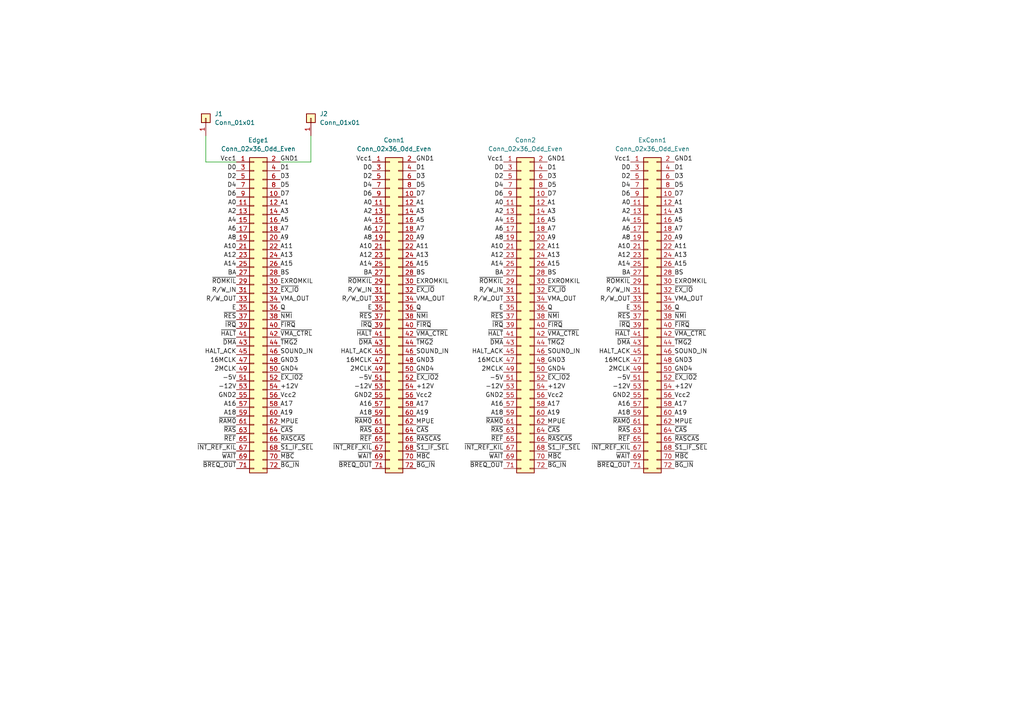
<source format=kicad_sch>
(kicad_sch (version 20211123) (generator eeschema)
  (paper "A4")
  (title_block (title "EXTENSION CARD 01 for HITACHI MB-S1") (date "2023-01-20") (rev "0.1") (company "Designed by Sasaji 2023"))
  (lib_symbols
    (symbol "Connector_Generic:Conn_01x01" (pin_names (offset 1.016) hide)
      (property "Reference" "J" (at 0 2.54 0))
      (property "Value" "Conn_01x01" (at 0 -2.54 0))
      (symbol "Conn_01x01_1_1"
        (rectangle (start -1.27 0.127) (end 0 -0.127) (stroke (width 0.1524)))
        (rectangle (start -1.27 1.27) (end 1.27 -1.27) (stroke (width 0.254)) (fill (type background)))
        (pin passive line (at -5.08 0 0) (length 3.81) (name "Pin_1") (number "1"))
      )
    )
    (symbol "Connector_Generic:Conn_02x36_Odd_Even" (pin_names (offset 1.016) hide)
      (property "Reference" "J" (at 1.27 45.72 0))
      (property "Value" "Conn_02x36_Odd_Even" (at 1.27 -48.26 0))
      (symbol "Conn_02x36_Odd_Even_1_1"
        (rectangle (start -1.27 -45.593) (end 0 -45.847) (stroke (width 0.1524)))
        (rectangle (start -1.27 -43.053) (end 0 -43.307) (stroke (width 0.1524)))
        (rectangle (start -1.27 -40.513) (end 0 -40.767) (stroke (width 0.1524)))
        (rectangle (start -1.27 -37.973) (end 0 -38.227) (stroke (width 0.1524)))
        (rectangle (start -1.27 -35.433) (end 0 -35.687) (stroke (width 0.1524)))
        (rectangle (start -1.27 -32.893) (end 0 -33.147) (stroke (width 0.1524)))
        (rectangle (start -1.27 -30.353) (end 0 -30.607) (stroke (width 0.1524)))
        (rectangle (start -1.27 -27.813) (end 0 -28.067) (stroke (width 0.1524)))
        (rectangle (start -1.27 -25.273) (end 0 -25.527) (stroke (width 0.1524)))
        (rectangle (start -1.27 -22.733) (end 0 -22.987) (stroke (width 0.1524)))
        (rectangle (start -1.27 -20.193) (end 0 -20.447) (stroke (width 0.1524)))
        (rectangle (start -1.27 -17.653) (end 0 -17.907) (stroke (width 0.1524)))
        (rectangle (start -1.27 -15.113) (end 0 -15.367) (stroke (width 0.1524)))
        (rectangle (start -1.27 -12.573) (end 0 -12.827) (stroke (width 0.1524)))
        (rectangle (start -1.27 -10.033) (end 0 -10.287) (stroke (width 0.1524)))
        (rectangle (start -1.27 -7.493) (end 0 -7.747) (stroke (width 0.1524)))
        (rectangle (start -1.27 -4.953) (end 0 -5.207) (stroke (width 0.1524)))
        (rectangle (start -1.27 -2.413) (end 0 -2.667) (stroke (width 0.1524)))
        (rectangle (start -1.27 0.127) (end 0 -0.127) (stroke (width 0.1524)))
        (rectangle (start -1.27 2.667) (end 0 2.413) (stroke (width 0.1524)))
        (rectangle (start -1.27 5.207) (end 0 4.953) (stroke (width 0.1524)))
        (rectangle (start -1.27 7.747) (end 0 7.493) (stroke (width 0.1524)))
        (rectangle (start -1.27 10.287) (end 0 10.033) (stroke (width 0.1524)))
        (rectangle (start -1.27 12.827) (end 0 12.573) (stroke (width 0.1524)))
        (rectangle (start -1.27 15.367) (end 0 15.113) (stroke (width 0.1524)))
        (rectangle (start -1.27 17.907) (end 0 17.653) (stroke (width 0.1524)))
        (rectangle (start -1.27 20.447) (end 0 20.193) (stroke (width 0.1524)))
        (rectangle (start -1.27 22.987) (end 0 22.733) (stroke (width 0.1524)))
        (rectangle (start -1.27 25.527) (end 0 25.273) (stroke (width 0.1524)))
        (rectangle (start -1.27 28.067) (end 0 27.813) (stroke (width 0.1524)))
        (rectangle (start -1.27 30.607) (end 0 30.353) (stroke (width 0.1524)))
        (rectangle (start -1.27 33.147) (end 0 32.893) (stroke (width 0.1524)))
        (rectangle (start -1.27 35.687) (end 0 35.433) (stroke (width 0.1524)))
        (rectangle (start -1.27 38.227) (end 0 37.973) (stroke (width 0.1524)))
        (rectangle (start -1.27 40.767) (end 0 40.513) (stroke (width 0.1524)))
        (rectangle (start -1.27 43.307) (end 0 43.053) (stroke (width 0.1524)))
        (rectangle (start -1.27 44.45) (end 3.81 -46.99) (stroke (width 0.254)) (fill (type background)))
        (rectangle (start 3.81 -45.593) (end 2.54 -45.847) (stroke (width 0.1524)))
        (rectangle (start 3.81 -43.053) (end 2.54 -43.307) (stroke (width 0.1524)))
        (rectangle (start 3.81 -40.513) (end 2.54 -40.767) (stroke (width 0.1524)))
        (rectangle (start 3.81 -37.973) (end 2.54 -38.227) (stroke (width 0.1524)))
        (rectangle (start 3.81 -35.433) (end 2.54 -35.687) (stroke (width 0.1524)))
        (rectangle (start 3.81 -32.893) (end 2.54 -33.147) (stroke (width 0.1524)))
        (rectangle (start 3.81 -30.353) (end 2.54 -30.607) (stroke (width 0.1524)))
        (rectangle (start 3.81 -27.813) (end 2.54 -28.067) (stroke (width 0.1524)))
        (rectangle (start 3.81 -25.273) (end 2.54 -25.527) (stroke (width 0.1524)))
        (rectangle (start 3.81 -22.733) (end 2.54 -22.987) (stroke (width 0.1524)))
        (rectangle (start 3.81 -20.193) (end 2.54 -20.447) (stroke (width 0.1524)))
        (rectangle (start 3.81 -17.653) (end 2.54 -17.907) (stroke (width 0.1524)))
        (rectangle (start 3.81 -15.113) (end 2.54 -15.367) (stroke (width 0.1524)))
        (rectangle (start 3.81 -12.573) (end 2.54 -12.827) (stroke (width 0.1524)))
        (rectangle (start 3.81 -10.033) (end 2.54 -10.287) (stroke (width 0.1524)))
        (rectangle (start 3.81 -7.493) (end 2.54 -7.747) (stroke (width 0.1524)))
        (rectangle (start 3.81 -4.953) (end 2.54 -5.207) (stroke (width 0.1524)))
        (rectangle (start 3.81 -2.413) (end 2.54 -2.667) (stroke (width 0.1524)))
        (rectangle (start 3.81 0.127) (end 2.54 -0.127) (stroke (width 0.1524)))
        (rectangle (start 3.81 2.667) (end 2.54 2.413) (stroke (width 0.1524)))
        (rectangle (start 3.81 5.207) (end 2.54 4.953) (stroke (width 0.1524)))
        (rectangle (start 3.81 7.747) (end 2.54 7.493) (stroke (width 0.1524)))
        (rectangle (start 3.81 10.287) (end 2.54 10.033) (stroke (width 0.1524)))
        (rectangle (start 3.81 12.827) (end 2.54 12.573) (stroke (width 0.1524)))
        (rectangle (start 3.81 15.367) (end 2.54 15.113) (stroke (width 0.1524)))
        (rectangle (start 3.81 17.907) (end 2.54 17.653) (stroke (width 0.1524)))
        (rectangle (start 3.81 20.447) (end 2.54 20.193) (stroke (width 0.1524)))
        (rectangle (start 3.81 22.987) (end 2.54 22.733) (stroke (width 0.1524)))
        (rectangle (start 3.81 25.527) (end 2.54 25.273) (stroke (width 0.1524)))
        (rectangle (start 3.81 28.067) (end 2.54 27.813) (stroke (width 0.1524)))
        (rectangle (start 3.81 30.607) (end 2.54 30.353) (stroke (width 0.1524)))
        (rectangle (start 3.81 33.147) (end 2.54 32.893) (stroke (width 0.1524)))
        (rectangle (start 3.81 35.687) (end 2.54 35.433) (stroke (width 0.1524)))
        (rectangle (start 3.81 38.227) (end 2.54 37.973) (stroke (width 0.1524)))
        (rectangle (start 3.81 40.767) (end 2.54 40.513) (stroke (width 0.1524)))
        (rectangle (start 3.81 43.307) (end 2.54 43.053) (stroke (width 0.1524)))
        (pin passive line (at -5.08 43.18 0) (length 3.81) (name "Pin_1") (number "1"))
        (pin passive line (at 7.62 33.02 180) (length 3.81) (name "Pin_10") (number "10"))
        (pin passive line (at -5.08 30.48 0) (length 3.81) (name "Pin_11") (number "11"))
        (pin passive line (at 7.62 30.48 180) (length 3.81) (name "Pin_12") (number "12"))
        (pin passive line (at -5.08 27.94 0) (length 3.81) (name "Pin_13") (number "13"))
        (pin passive line (at 7.62 27.94 180) (length 3.81) (name "Pin_14") (number "14"))
        (pin passive line (at -5.08 25.4 0) (length 3.81) (name "Pin_15") (number "15"))
        (pin passive line (at 7.62 25.4 180) (length 3.81) (name "Pin_16") (number "16"))
        (pin passive line (at -5.08 22.86 0) (length 3.81) (name "Pin_17") (number "17"))
        (pin passive line (at 7.62 22.86 180) (length 3.81) (name "Pin_18") (number "18"))
        (pin passive line (at -5.08 20.32 0) (length 3.81) (name "Pin_19") (number "19"))
        (pin passive line (at 7.62 43.18 180) (length 3.81) (name "Pin_2") (number "2"))
        (pin passive line (at 7.62 20.32 180) (length 3.81) (name "Pin_20") (number "20"))
        (pin passive line (at -5.08 17.78 0) (length 3.81) (name "Pin_21") (number "21"))
        (pin passive line (at 7.62 17.78 180) (length 3.81) (name "Pin_22") (number "22"))
        (pin passive line (at -5.08 15.24 0) (length 3.81) (name "Pin_23") (number "23"))
        (pin passive line (at 7.62 15.24 180) (length 3.81) (name "Pin_24") (number "24"))
        (pin passive line (at -5.08 12.7 0) (length 3.81) (name "Pin_25") (number "25"))
        (pin passive line (at 7.62 12.7 180) (length 3.81) (name "Pin_26") (number "26"))
        (pin passive line (at -5.08 10.16 0) (length 3.81) (name "Pin_27") (number "27"))
        (pin passive line (at 7.62 10.16 180) (length 3.81) (name "Pin_28") (number "28"))
        (pin passive line (at -5.08 7.62 0) (length 3.81) (name "Pin_29") (number "29"))
        (pin passive line (at -5.08 40.64 0) (length 3.81) (name "Pin_3") (number "3"))
        (pin passive line (at 7.62 7.62 180) (length 3.81) (name "Pin_30") (number "30"))
        (pin passive line (at -5.08 5.08 0) (length 3.81) (name "Pin_31") (number "31"))
        (pin passive line (at 7.62 5.08 180) (length 3.81) (name "Pin_32") (number "32"))
        (pin passive line (at -5.08 2.54 0) (length 3.81) (name "Pin_33") (number "33"))
        (pin passive line (at 7.62 2.54 180) (length 3.81) (name "Pin_34") (number "34"))
        (pin passive line (at -5.08 0 0) (length 3.81) (name "Pin_35") (number "35"))
        (pin passive line (at 7.62 0 180) (length 3.81) (name "Pin_36") (number "36"))
        (pin passive line (at -5.08 -2.54 0) (length 3.81) (name "Pin_37") (number "37"))
        (pin passive line (at 7.62 -2.54 180) (length 3.81) (name "Pin_38") (number "38"))
        (pin passive line (at -5.08 -5.08 0) (length 3.81) (name "Pin_39") (number "39"))
        (pin passive line (at 7.62 40.64 180) (length 3.81) (name "Pin_4") (number "4"))
        (pin passive line (at 7.62 -5.08 180) (length 3.81) (name "Pin_40") (number "40"))
        (pin passive line (at -5.08 -7.62 0) (length 3.81) (name "Pin_41") (number "41"))
        (pin passive line (at 7.62 -7.62 180) (length 3.81) (name "Pin_42") (number "42"))
        (pin passive line (at -5.08 -10.16 0) (length 3.81) (name "Pin_43") (number "43"))
        (pin passive line (at 7.62 -10.16 180) (length 3.81) (name "Pin_44") (number "44"))
        (pin passive line (at -5.08 -12.7 0) (length 3.81) (name "Pin_45") (number "45"))
        (pin passive line (at 7.62 -12.7 180) (length 3.81) (name "Pin_46") (number "46"))
        (pin passive line (at -5.08 -15.24 0) (length 3.81) (name "Pin_47") (number "47"))
        (pin passive line (at 7.62 -15.24 180) (length 3.81) (name "Pin_48") (number "48"))
        (pin passive line (at -5.08 -17.78 0) (length 3.81) (name "Pin_49") (number "49"))
        (pin passive line (at -5.08 38.1 0) (length 3.81) (name "Pin_5") (number "5"))
        (pin passive line (at 7.62 -17.78 180) (length 3.81) (name "Pin_50") (number "50"))
        (pin passive line (at -5.08 -20.32 0) (length 3.81) (name "Pin_51") (number "51"))
        (pin passive line (at 7.62 -20.32 180) (length 3.81) (name "Pin_52") (number "52"))
        (pin passive line (at -5.08 -22.86 0) (length 3.81) (name "Pin_53") (number "53"))
        (pin passive line (at 7.62 -22.86 180) (length 3.81) (name "Pin_54") (number "54"))
        (pin passive line (at -5.08 -25.4 0) (length 3.81) (name "Pin_55") (number "55"))
        (pin passive line (at 7.62 -25.4 180) (length 3.81) (name "Pin_56") (number "56"))
        (pin passive line (at -5.08 -27.94 0) (length 3.81) (name "Pin_57") (number "57"))
        (pin passive line (at 7.62 -27.94 180) (length 3.81) (name "Pin_58") (number "58"))
        (pin passive line (at -5.08 -30.48 0) (length 3.81) (name "Pin_59") (number "59"))
        (pin passive line (at 7.62 38.1 180) (length 3.81) (name "Pin_6") (number "6"))
        (pin passive line (at 7.62 -30.48 180) (length 3.81) (name "Pin_60") (number "60"))
        (pin passive line (at -5.08 -33.02 0) (length 3.81) (name "Pin_61") (number "61"))
        (pin passive line (at 7.62 -33.02 180) (length 3.81) (name "Pin_62") (number "62"))
        (pin passive line (at -5.08 -35.56 0) (length 3.81) (name "Pin_63") (number "63"))
        (pin passive line (at 7.62 -35.56 180) (length 3.81) (name "Pin_64") (number "64"))
        (pin passive line (at -5.08 -38.1 0) (length 3.81) (name "Pin_65") (number "65"))
        (pin passive line (at 7.62 -38.1 180) (length 3.81) (name "Pin_66") (number "66"))
        (pin passive line (at -5.08 -40.64 0) (length 3.81) (name "Pin_67") (number "67"))
        (pin passive line (at 7.62 -40.64 180) (length 3.81) (name "Pin_68") (number "68"))
        (pin passive line (at -5.08 -43.18 0) (length 3.81) (name "Pin_69") (number "69"))
        (pin passive line (at -5.08 35.56 0) (length 3.81) (name "Pin_7") (number "7"))
        (pin passive line (at 7.62 -43.18 180) (length 3.81) (name "Pin_70") (number "70"))
        (pin passive line (at -5.08 -45.72 0) (length 3.81) (name "Pin_71") (number "71"))
        (pin passive line (at 7.62 -45.72 180) (length 3.81) (name "Pin_72") (number "72"))
        (pin passive line (at 7.62 35.56 180) (length 3.81) (name "Pin_8") (number "8"))
        (pin passive line (at -5.08 33.02 0) (length 3.81) (name "Pin_9") (number "9"))
      )
    )
  )
  (wire (pts (xy 81.28 46.99) (xy 90.17 46.99)))
  (wire (pts (xy 59.69 46.99) (xy 59.69 39.37)))
  (wire (pts (xy 68.58 46.99) (xy 59.69 46.99)))
  (wire (pts (xy 90.17 46.99) (xy 90.17 39.37)))
  (label "16MCLK" (at 146.05 105.41 180))
  (label "~{ROMKIL}" (at 182.88 82.55 180))
  (label "~{MBC}" (at 120.65 133.35 0))
  (label "~{RES}" (at 146.05 92.71 180))
  (label "D7" (at 195.58 57.15 0))
  (label "~{TMG2}" (at 120.65 100.33 0))
  (label "Q" (at 195.58 90.17 0))
  (label "~{WAIT}" (at 146.05 133.35 180))
  (label "Q" (at 120.65 90.17 0))
  (label "A16" (at 146.05 118.11 180))
  (label "A13" (at 158.75 74.93 0))
  (label "A11" (at 195.58 72.39 0))
  (label "A4" (at 146.05 64.77 180))
  (label "A10" (at 107.95 72.39 180))
  (label "HALT_ACK" (at 107.95 102.87 180))
  (label "GND3" (at 195.58 105.41 0))
  (label "D2" (at 146.05 52.07 180))
  (label "A3" (at 158.75 62.23 0))
  (label "-5V" (at 107.95 110.49 180))
  (label "R{slash}W_IN" (at 182.88 85.09 180))
  (label "2MCLK" (at 107.95 107.95 180))
  (label "A6" (at 146.05 67.31 180))
  (label "A3" (at 120.65 62.23 0))
  (label "~{RAM0}" (at 146.05 123.19 180))
  (label "~{BG_IN}" (at 195.58 135.89 0))
  (label "D7" (at 158.75 57.15 0))
  (label "~{NMI}" (at 81.28 92.71 0))
  (label "D1" (at 120.65 49.53 0))
  (label "GND2" (at 68.58 115.57 180))
  (label "~{IRQ}" (at 107.95 95.25 180))
  (label "D4" (at 107.95 54.61 180))
  (label "~{INT_REF_KIL}" (at 182.88 130.81 180))
  (label "A0" (at 107.95 59.69 180))
  (label "A18" (at 107.95 120.65 180))
  (label "D0" (at 182.88 49.53 180))
  (label "A12" (at 182.88 74.93 180))
  (label "+12V" (at 158.75 113.03 0))
  (label "D6" (at 107.95 57.15 180))
  (label "~{BG_IN}" (at 120.65 135.89 0))
  (label "~{FIRQ}" (at 195.58 95.25 0))
  (label "~{EX_IO}" (at 195.58 85.09 0))
  (label "D0" (at 68.58 49.53 180))
  (label "GND3" (at 158.75 105.41 0))
  (label "E" (at 182.88 90.17 180))
  (label "~{MBC}" (at 81.28 133.35 0))
  (label "A17" (at 120.65 118.11 0))
  (label "~{HALT}" (at 182.88 97.79 180))
  (label "~{NMI}" (at 120.65 92.71 0))
  (label "A10" (at 182.88 72.39 180))
  (label "16MCLK" (at 107.95 105.41 180))
  (label "Vcc1" (at 146.05 46.99 180))
  (label "~{S1_IF_SEL}" (at 158.75 130.81 0))
  (label "+12V" (at 120.65 113.03 0))
  (label "A7" (at 195.58 67.31 0))
  (label "~{VMA_CTRL}" (at 81.28 97.79 0))
  (label "D3" (at 158.75 52.07 0))
  (label "VMA_OUT" (at 195.58 87.63 0))
  (label "~{VMA_CTRL}" (at 120.65 97.79 0))
  (label "SOUND_IN" (at 195.58 102.87 0))
  (label "A1" (at 195.58 59.69 0))
  (label "SOUND_IN" (at 81.28 102.87 0))
  (label "~{MBC}" (at 195.58 133.35 0))
  (label "R{slash}W_OUT" (at 146.05 87.63 180))
  (label "GND1" (at 120.65 46.99 0))
  (label "A19" (at 158.75 120.65 0))
  (label "A2" (at 107.95 62.23 180))
  (label "D5" (at 158.75 54.61 0))
  (label "A5" (at 195.58 64.77 0))
  (label "A9" (at 81.28 69.85 0))
  (label "~{REF}" (at 68.58 128.27 180))
  (label "~{EX_IO}" (at 158.75 85.09 0))
  (label "A6" (at 68.58 67.31 180))
  (label "A8" (at 182.88 69.85 180))
  (label "VMA_OUT" (at 158.75 87.63 0))
  (label "A8" (at 146.05 69.85 180))
  (label "~{EX_IO}" (at 120.65 85.09 0))
  (label "D5" (at 120.65 54.61 0))
  (label "D3" (at 195.58 52.07 0))
  (label "A12" (at 146.05 74.93 180))
  (label "A9" (at 120.65 69.85 0))
  (label "E" (at 68.58 90.17 180))
  (label "A4" (at 68.58 64.77 180))
  (label "Vcc1" (at 107.95 46.99 180))
  (label "~{WAIT}" (at 68.58 133.35 180))
  (label "-5V" (at 182.88 110.49 180))
  (label "D6" (at 146.05 57.15 180))
  (label "A11" (at 120.65 72.39 0))
  (label "~{FIRQ}" (at 120.65 95.25 0))
  (label "~{INT_REF_KIL}" (at 68.58 130.81 180))
  (label "GND1" (at 81.28 46.99 0))
  (label "~{RASCAS}" (at 120.65 128.27 0))
  (label "~{WAIT}" (at 107.95 133.35 180))
  (label "A15" (at 81.28 77.47 0))
  (label "~{IRQ}" (at 182.88 95.25 180))
  (label "A15" (at 120.65 77.47 0))
  (label "~{WAIT}" (at 182.88 133.35 180))
  (label "MPUE" (at 120.65 123.19 0))
  (label "MPUE" (at 158.75 123.19 0))
  (label "A9" (at 195.58 69.85 0))
  (label "A14" (at 68.58 77.47 180))
  (label "D4" (at 182.88 54.61 180))
  (label "A15" (at 195.58 77.47 0))
  (label "-12V" (at 107.95 113.03 180))
  (label "GND3" (at 120.65 105.41 0))
  (label "A13" (at 120.65 74.93 0))
  (label "A19" (at 195.58 120.65 0))
  (label "VMA_OUT" (at 120.65 87.63 0))
  (label "~{RES}" (at 68.58 92.71 180))
  (label "A7" (at 120.65 67.31 0))
  (label "A0" (at 182.88 59.69 180))
  (label "~{NMI}" (at 195.58 92.71 0))
  (label "HALT_ACK" (at 68.58 102.87 180))
  (label "A14" (at 182.88 77.47 180))
  (label "A3" (at 195.58 62.23 0))
  (label "~{BREQ_OUT}" (at 146.05 135.89 180))
  (label "D7" (at 120.65 57.15 0))
  (label "R{slash}W_OUT" (at 68.58 87.63 180))
  (label "~{EX_IO2}" (at 195.58 110.49 0))
  (label "GND4" (at 81.28 107.95 0))
  (label "~{EX_IO2}" (at 81.28 110.49 0))
  (label "D5" (at 195.58 54.61 0))
  (label "~{REF}" (at 146.05 128.27 180))
  (label "HALT_ACK" (at 146.05 102.87 180))
  (label "-12V" (at 146.05 113.03 180))
  (label "A18" (at 68.58 120.65 180))
  (label "~{DMA}" (at 146.05 100.33 180))
  (label "~{ROMKIL}" (at 107.95 82.55 180))
  (label "D4" (at 146.05 54.61 180))
  (label "D4" (at 68.58 54.61 180))
  (label "A10" (at 68.58 72.39 180))
  (label "~{BREQ_OUT}" (at 182.88 135.89 180))
  (label "+12V" (at 195.58 113.03 0))
  (label "A2" (at 146.05 62.23 180))
  (label "~{TMG2}" (at 195.58 100.33 0))
  (label "A1" (at 120.65 59.69 0))
  (label "~{RAS}" (at 182.88 125.73 180))
  (label "A5" (at 81.28 64.77 0))
  (label "~{DMA}" (at 182.88 100.33 180))
  (label "A14" (at 107.95 77.47 180))
  (label "~{FIRQ}" (at 158.75 95.25 0))
  (label "A6" (at 182.88 67.31 180))
  (label "D2" (at 107.95 52.07 180))
  (label "A2" (at 68.58 62.23 180))
  (label "16MCLK" (at 182.88 105.41 180))
  (label "Vcc2" (at 81.28 115.57 0))
  (label "~{BREQ_OUT}" (at 68.58 135.89 180))
  (label "D6" (at 68.58 57.15 180))
  (label "~{RASCAS}" (at 158.75 128.27 0))
  (label "~{IRQ}" (at 146.05 95.25 180))
  (label "~{EX_IO}" (at 81.28 85.09 0))
  (label "GND4" (at 120.65 107.95 0))
  (label "~{S1_IF_SEL}" (at 120.65 130.81 0))
  (label "A4" (at 107.95 64.77 180))
  (label "EXROMKIL" (at 195.58 82.55 0))
  (label "~{RASCAS}" (at 195.58 128.27 0))
  (label "E" (at 107.95 90.17 180))
  (label "D3" (at 81.28 52.07 0))
  (label "~{REF}" (at 182.88 128.27 180))
  (label "~{EX_IO2}" (at 158.75 110.49 0))
  (label "A7" (at 81.28 67.31 0))
  (label "A12" (at 68.58 74.93 180))
  (label "~{INT_REF_KIL}" (at 146.05 130.81 180))
  (label "~{HALT}" (at 146.05 97.79 180))
  (label "A16" (at 182.88 118.11 180))
  (label "~{HALT}" (at 107.95 97.79 180))
  (label "~{DMA}" (at 68.58 100.33 180))
  (label "EXROMKIL" (at 158.75 82.55 0))
  (label "D1" (at 195.58 49.53 0))
  (label "Vcc2" (at 120.65 115.57 0))
  (label "~{RAM0}" (at 182.88 123.19 180))
  (label "D3" (at 120.65 52.07 0))
  (label "D2" (at 68.58 52.07 180))
  (label "A11" (at 158.75 72.39 0))
  (label "A8" (at 107.95 69.85 180))
  (label "BA" (at 146.05 80.01 180))
  (label "A13" (at 195.58 74.93 0))
  (label "GND4" (at 195.58 107.95 0))
  (label "Vcc1" (at 68.58 46.99 180))
  (label "~{RAS}" (at 146.05 125.73 180))
  (label "E" (at 146.05 90.17 180))
  (label "Vcc2" (at 195.58 115.57 0))
  (label "R{slash}W_IN" (at 107.95 85.09 180))
  (label "~{BREQ_OUT}" (at 107.95 135.89 180))
  (label "~{RAM0}" (at 68.58 123.19 180))
  (label "A1" (at 81.28 59.69 0))
  (label "BS" (at 81.28 80.01 0))
  (label "HALT_ACK" (at 182.88 102.87 180))
  (label "A11" (at 81.28 72.39 0))
  (label "GND2" (at 182.88 115.57 180))
  (label "BS" (at 158.75 80.01 0))
  (label "A16" (at 107.95 118.11 180))
  (label "-5V" (at 68.58 110.49 180))
  (label "MPUE" (at 195.58 123.19 0))
  (label "~{FIRQ}" (at 81.28 95.25 0))
  (label "~{TMG2}" (at 158.75 100.33 0))
  (label "Vcc2" (at 158.75 115.57 0))
  (label "A13" (at 81.28 74.93 0))
  (label "~{DMA}" (at 107.95 100.33 180))
  (label "A19" (at 120.65 120.65 0))
  (label "A17" (at 158.75 118.11 0))
  (label "A15" (at 158.75 77.47 0))
  (label "R{slash}W_OUT" (at 107.95 87.63 180))
  (label "D6" (at 182.88 57.15 180))
  (label "2MCLK" (at 146.05 107.95 180))
  (label "~{INT_REF_KIL}" (at 107.95 130.81 180))
  (label "~{CAS}" (at 120.65 125.73 0))
  (label "GND2" (at 146.05 115.57 180))
  (label "A0" (at 68.58 59.69 180))
  (label "GND1" (at 158.75 46.99 0))
  (label "A17" (at 81.28 118.11 0))
  (label "SOUND_IN" (at 158.75 102.87 0))
  (label "~{CAS}" (at 195.58 125.73 0))
  (label "2MCLK" (at 68.58 107.95 180))
  (label "A18" (at 182.88 120.65 180))
  (label "Q" (at 158.75 90.17 0))
  (label "-12V" (at 182.88 113.03 180))
  (label "~{RASCAS}" (at 81.28 128.27 0))
  (label "GND1" (at 195.58 46.99 0))
  (label "BA" (at 68.58 80.01 180))
  (label "BA" (at 182.88 80.01 180))
  (label "A9" (at 158.75 69.85 0))
  (label "~{VMA_CTRL}" (at 158.75 97.79 0))
  (label "A1" (at 158.75 59.69 0))
  (label "R{slash}W_OUT" (at 182.88 87.63 180))
  (label "A10" (at 146.05 72.39 180))
  (label "-12V" (at 68.58 113.03 180))
  (label "A12" (at 107.95 74.93 180))
  (label "~{ROMKIL}" (at 146.05 82.55 180))
  (label "A16" (at 68.58 118.11 180))
  (label "A14" (at 146.05 77.47 180))
  (label "GND2" (at 107.95 115.57 180))
  (label "D2" (at 182.88 52.07 180))
  (label "~{HALT}" (at 68.58 97.79 180))
  (label "~{IRQ}" (at 68.58 95.25 180))
  (label "BS" (at 195.58 80.01 0))
  (label "~{CAS}" (at 81.28 125.73 0))
  (label "R{slash}W_IN" (at 146.05 85.09 180))
  (label "A3" (at 81.28 62.23 0))
  (label "BS" (at 120.65 80.01 0))
  (label "BA" (at 107.95 80.01 180))
  (label "A5" (at 158.75 64.77 0))
  (label "~{ROMKIL}" (at 68.58 82.55 180))
  (label "EXROMKIL" (at 81.28 82.55 0))
  (label "A6" (at 107.95 67.31 180))
  (label "A5" (at 120.65 64.77 0))
  (label "+12V" (at 81.28 113.03 0))
  (label "~{RAS}" (at 107.95 125.73 180))
  (label "A0" (at 146.05 59.69 180))
  (label "~{S1_IF_SEL}" (at 81.28 130.81 0))
  (label "D1" (at 81.28 49.53 0))
  (label "A17" (at 195.58 118.11 0))
  (label "A19" (at 81.28 120.65 0))
  (label "MPUE" (at 81.28 123.19 0))
  (label "~{RES}" (at 182.88 92.71 180))
  (label "~{TMG2}" (at 81.28 100.33 0))
  (label "EXROMKIL" (at 120.65 82.55 0))
  (label "~{RAS}" (at 68.58 125.73 180))
  (label "~{S1_IF_SEL}" (at 195.58 130.81 0))
  (label "A8" (at 68.58 69.85 180))
  (label "D5" (at 81.28 54.61 0))
  (label "~{VMA_CTRL}" (at 195.58 97.79 0))
  (label "~{RES}" (at 107.95 92.71 180))
  (label "~{MBC}" (at 158.75 133.35 0))
  (label "~{REF}" (at 107.95 128.27 180))
  (label "SOUND_IN" (at 120.65 102.87 0))
  (label "GND3" (at 81.28 105.41 0))
  (label "A2" (at 182.88 62.23 180))
  (label "~{RAM0}" (at 107.95 123.19 180))
  (label "A7" (at 158.75 67.31 0))
  (label "~{EX_IO2}" (at 120.65 110.49 0))
  (label "Vcc1" (at 182.88 46.99 180))
  (label "~{CAS}" (at 158.75 125.73 0))
  (label "A4" (at 182.88 64.77 180))
  (label "-5V" (at 146.05 110.49 180))
  (label "~{NMI}" (at 158.75 92.71 0))
  (label "D7" (at 81.28 57.15 0))
  (label "16MCLK" (at 68.58 105.41 180))
  (label "D0" (at 146.05 49.53 180))
  (label "D1" (at 158.75 49.53 0))
  (label "~{BG_IN}" (at 81.28 135.89 0))
  (label "R{slash}W_IN" (at 68.58 85.09 180))
  (label "Q" (at 81.28 90.17 0))
  (label "GND4" (at 158.75 107.95 0))
  (label "A18" (at 146.05 120.65 180))
  (label "~{BG_IN}" (at 158.75 135.89 0))
  (label "2MCLK" (at 182.88 107.95 180))
  (label "D0" (at 107.95 49.53 180))
  (label "VMA_OUT" (at 81.28 87.63 0))
  (symbol (lib_id "Connector_Generic:Conn_02x36_Odd_Even") (at 113.03 90.17 0) (unit 1)
    (property "Reference" "Conn1" (at 114.3 40.64 0))
    (property "Value" "Conn_02x36_Odd_Even" (at 114.3 43.18 0))
    (property "Footprint" "MyConn:MyConn_2x36_2.54" (effects hide))
  )
  (symbol (lib_id "Connector_Generic:Conn_02x36_Odd_Even") (at 187.96 90.17 0) (unit 1)
    (property "Reference" "ExConn1" (at 189.23 40.64 0))
    (property "Value" "Conn_02x36_Odd_Even" (at 189.23 43.18 0))
    (property "Footprint" "Connector_PinSocket_2.54mm:PinSocket_2x36_P2.54mm_Horizontal" (effects hide))
  )
  (symbol (lib_id "Connector_Generic:Conn_02x36_Odd_Even") (at 151.13 90.17 0) (unit 1)
    (property "Reference" "Conn2" (at 152.4 40.64 0))
    (property "Value" "Conn_02x36_Odd_Even" (at 152.4 43.18 0))
    (property "Footprint" "MyConn:MyConn_2x36_2.54" (effects hide))
  )
  (symbol (lib_id "Connector_Generic:Conn_02x36_Odd_Even") (at 73.66 90.17 0) (unit 1)
    (property "Reference" "Edge1" (at 74.93 40.64 0))
    (property "Value" "Conn_02x36_Odd_Even" (at 74.93 43.18 0))
    (property "Footprint" "CardEdge:CardEdge72T" (effects hide))
  )
  (symbol (lib_id "Connector_Generic:Conn_01x01") (at 90.17 34.29 90) (unit 1)
    (property "Reference" "J2" (at 92.71 33.0199 90) (effects (justify right)))
    (property "Value" "Conn_01x01" (at 92.71 35.5599 90) (effects (justify right)))
    (property "Footprint" "MyConn:MyPad_1" (effects hide))
  )
  (symbol (lib_id "Connector_Generic:Conn_01x01") (at 59.69 34.29 90) (unit 1)
    (property "Reference" "J1" (at 62.23 33.0199 90) (effects (justify right)))
    (property "Value" "Conn_01x01" (at 62.23 35.5599 90) (effects (justify right)))
    (property "Footprint" "MyConn:MyPad_1" (effects hide))
  )
)
</source>
